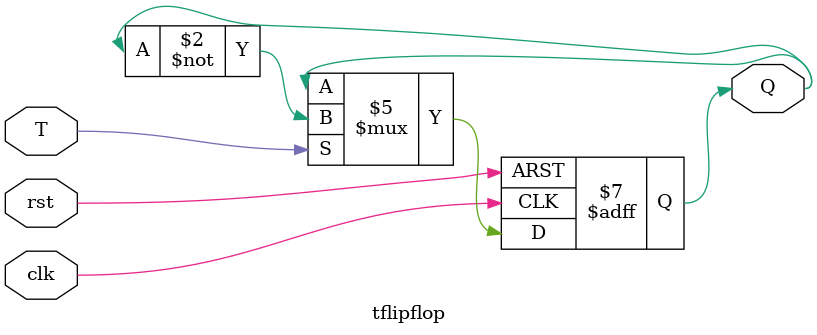
<source format=v>
module tflipflop(
    input  wire clk, rst, T,
    output reg Q 	  
);

  initial begin
     Q<=1'b0;
	 end
  
  
	 always @(posedge clk or posedge rst) begin
	
        if (rst)
            Q <= 1'b0;       // Reset
        else if (T)
            Q <= ~Q;         // Toggle if T=1
        else
            Q <= Q;          // Hold if T=0
    end
endmodule

</source>
